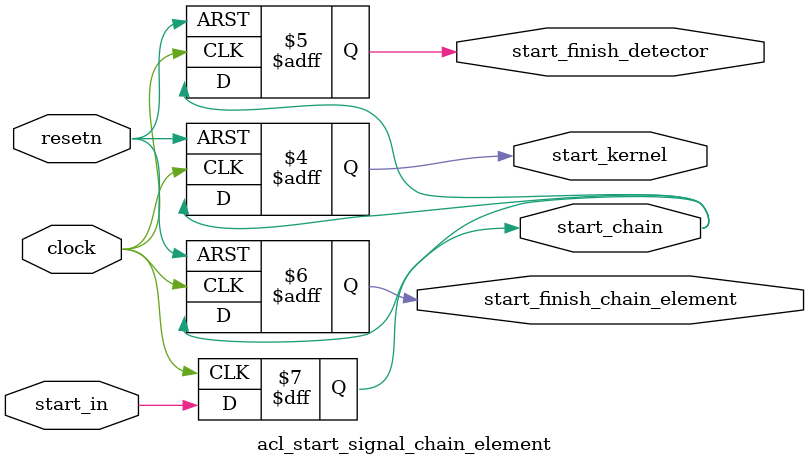
<source format=v>
    



module acl_start_signal_chain_element
(
	input clock,
	input resetn,

	input start_in,
	output reg start_kernel,
	output reg start_finish_detector,
	output reg start_finish_chain_element,
	output reg start_chain
);

	always @ (posedge clock)
	begin
		start_chain <= start_in;
	end

	always @ (posedge clock or negedge resetn)
	begin
		if (~resetn)
		begin
			start_kernel <= 1'b0;
			start_finish_detector <= 1'b0;
			start_finish_chain_element <= 1'b0;
		end
		else
		begin
			start_kernel <= start_chain;
			start_finish_detector <= start_chain;
			start_finish_chain_element <= start_chain;
		end
	end


endmodule

</source>
